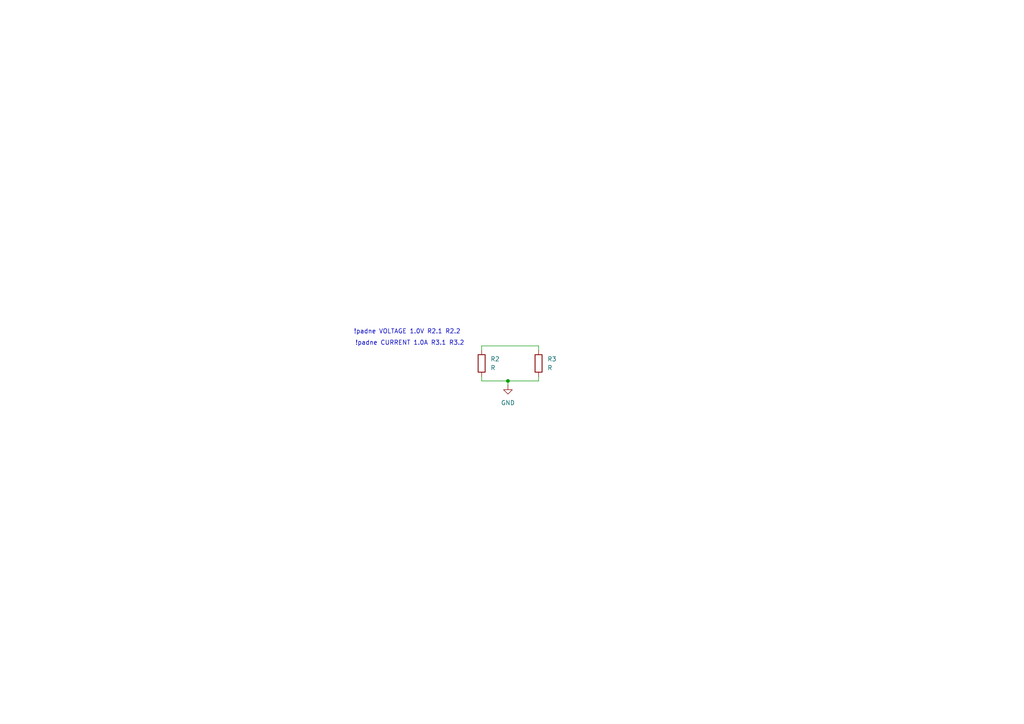
<source format=kicad_sch>
(kicad_sch (version 20231120) (generator "eeschema") (generator_version "8.0")
  (paper "A4")
  (lib_symbols
    (symbol "Device:R" (pin_numbers hide) (pin_names (offset 0))
      (property "Reference" "R" (at 2.032 0 90))
      (property "Value" "R" (at 0 0 90))
      (symbol "R_0_1"
        (rectangle (start -1.016 -2.54) (end 1.016 2.54) (stroke (width 0.254)))
      )
      (symbol "R_1_1"
        (pin passive line (at 0 3.81 270) (length 1.27) (name "~") (number "1"))
        (pin passive line (at 0 -3.81 90) (length 1.27) (name "~") (number "2"))
      )
    )
    (symbol "power:GND" (power) (pin_numbers hide) (pin_names (offset 0) hide)
      (property "Value" "GND" (at 0 -3.81 0))
      (symbol "GND_0_1"
        (polyline (pts (xy 0 0) (xy 0 -1.27) (xy 1.27 -1.27) (xy 0 -2.54) (xy -1.27 -1.27) (xy 0 -1.27)))
      )
      (symbol "GND_1_1"
        (pin power_in line (at 0 0 270) (length 0) (name "~") (number "1"))
      )
    )
  )
  (junction (at 147.32 110.49))
  (wire (pts (xy 156.21 100.33) (xy 156.21 101.6)))
  (wire (pts (xy 139.7 110.49) (xy 147.32 110.49)))
  (wire (pts (xy 139.7 110.49) (xy 139.7 109.22)))
  (wire (pts (xy 156.21 110.49) (xy 156.21 109.22)))
  (wire (pts (xy 147.32 110.49) (xy 147.32 111.76)))
  (wire (pts (xy 139.7 100.33) (xy 156.21 100.33)))
  (wire (pts (xy 147.32 110.49) (xy 156.21 110.49)))
  (wire (pts (xy 139.7 101.6) (xy 139.7 100.33)))
  (text "!padne VOLTAGE 1.0V R2.1 R2.2" (at 118.11 96.266 0) (effects (font (size 1.27 1.27))))
  (text "!padne CURRENT 1.0A R3.1 R3.2" (at 118.872 99.568 0) (effects (font (size 1.27 1.27))))
  (symbol (lib_id "Device:R") (at 139.7 105.41 0) (unit 1)
    (property "Reference" "R2" (at 142.24 104.1399 0) (effects (justify left)))
    (property "Value" "R" (at 142.24 106.6799 0) (effects (justify left)))
    (property "Footprint" "Resistor_SMD:R_0603_1608Metric" (effects (hide yes)))
    (property "Description" "Resistor" (effects (hide yes)))
  )
  (symbol (lib_id "Device:R") (at 156.21 105.41 0) (unit 1)
    (property "Reference" "R3" (at 158.75 104.1399 0) (effects (justify left)))
    (property "Value" "R" (at 158.75 106.6799 0) (effects (justify left)))
    (property "Footprint" "Resistor_SMD:R_0603_1608Metric" (effects (hide yes)))
    (property "Description" "Resistor" (effects (hide yes)))
  )
  (symbol (lib_id "power:GND") (at 147.32 111.76 0) (unit 1)
    (property "Reference" "#PWR01" (effects (hide yes)))
    (property "Value" "GND" (at 147.32 116.84 0))
    (property "Description" "Power symbol creates a global label with name \"GND\" , ground" (effects (hide yes)))
  )
)
</source>
